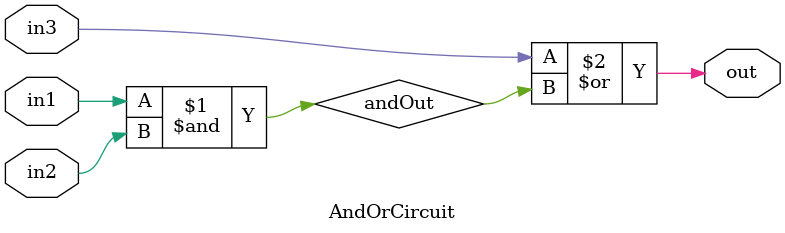
<source format=v>
`timescale 1ns / 1ps


module AndOrCircuit(
    output out,
    input in1,
    input in2,
    input in3
    );
    
    wire andOut;
    and(andOut, in1, in2);
    or(out, in3, andOut);
endmodule

</source>
